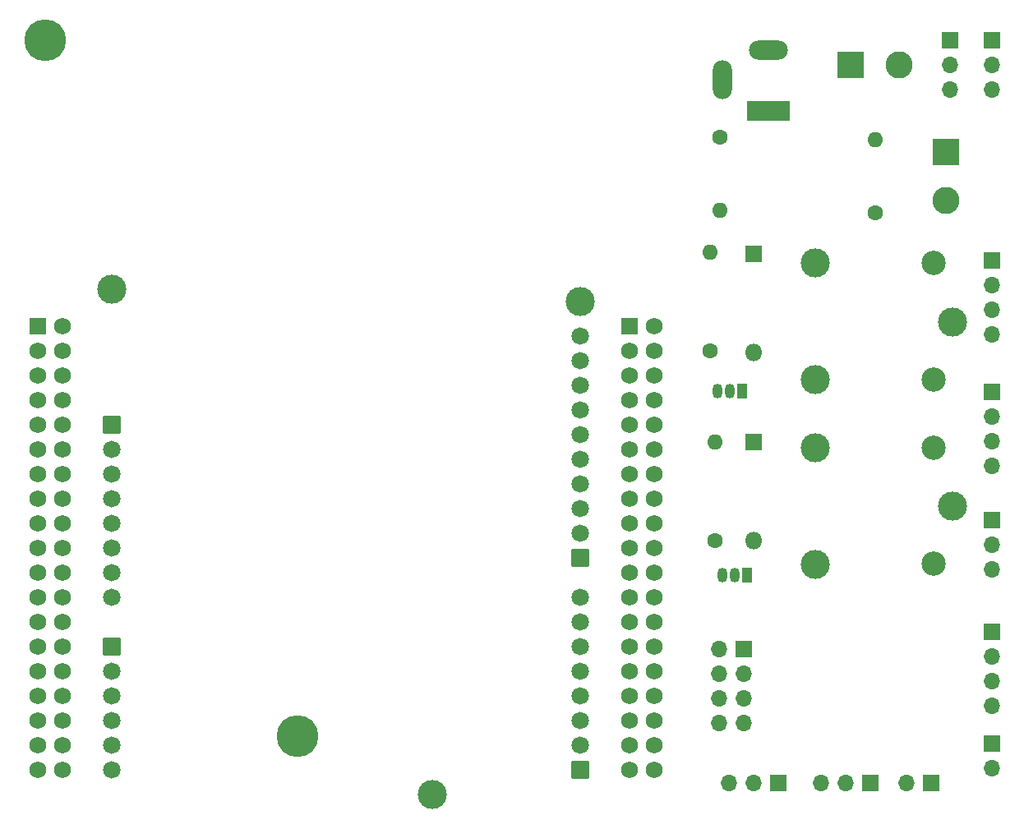
<source format=gbs>
G04 #@! TF.GenerationSoftware,KiCad,Pcbnew,8.0.8-8.0.8-0~ubuntu24.04.1*
G04 #@! TF.CreationDate,2025-02-03T16:40:28+08:00*
G04 #@! TF.ProjectId,Untitled,556e7469-746c-4656-942e-6b696361645f,rev?*
G04 #@! TF.SameCoordinates,Original*
G04 #@! TF.FileFunction,Soldermask,Bot*
G04 #@! TF.FilePolarity,Negative*
%FSLAX46Y46*%
G04 Gerber Fmt 4.6, Leading zero omitted, Abs format (unit mm)*
G04 Created by KiCad (PCBNEW 8.0.8-8.0.8-0~ubuntu24.04.1) date 2025-02-03 16:40:28*
%MOMM*%
%LPD*%
G01*
G04 APERTURE LIST*
G04 Aperture macros list*
%AMRoundRect*
0 Rectangle with rounded corners*
0 $1 Rounding radius*
0 $2 $3 $4 $5 $6 $7 $8 $9 X,Y pos of 4 corners*
0 Add a 4 corners polygon primitive as box body*
4,1,4,$2,$3,$4,$5,$6,$7,$8,$9,$2,$3,0*
0 Add four circle primitives for the rounded corners*
1,1,$1+$1,$2,$3*
1,1,$1+$1,$4,$5*
1,1,$1+$1,$6,$7*
1,1,$1+$1,$8,$9*
0 Add four rect primitives between the rounded corners*
20,1,$1+$1,$2,$3,$4,$5,0*
20,1,$1+$1,$4,$5,$6,$7,0*
20,1,$1+$1,$6,$7,$8,$9,0*
20,1,$1+$1,$8,$9,$2,$3,0*%
G04 Aperture macros list end*
%ADD10C,4.300000*%
%ADD11R,1.800000X1.800000*%
%ADD12O,1.800000X1.800000*%
%ADD13O,1.700000X1.700000*%
%ADD14R,1.700000X1.700000*%
%ADD15R,1.050000X1.500000*%
%ADD16O,1.050000X1.500000*%
%ADD17C,1.600000*%
%ADD18O,1.600000X1.600000*%
%ADD19C,3.000000*%
%ADD20RoundRect,0.102000X-0.802500X-0.802500X0.802500X-0.802500X0.802500X0.802500X-0.802500X0.802500X0*%
%ADD21C,1.809000*%
%ADD22RoundRect,0.102000X-0.765000X-0.765000X0.765000X-0.765000X0.765000X0.765000X-0.765000X0.765000X0*%
%ADD23C,1.734000*%
%ADD24R,2.800000X2.800000*%
%ADD25C,2.800000*%
%ADD26C,2.500000*%
%ADD27R,4.500000X2.000000*%
%ADD28O,4.000000X2.000000*%
%ADD29O,2.000000X4.000000*%
G04 APERTURE END LIST*
D10*
X83000000Y-118250000D03*
X57000000Y-46500000D03*
D11*
X130000000Y-68500000D03*
D12*
X130000000Y-78660000D03*
D11*
X130000000Y-87920000D03*
D12*
X130000000Y-98080000D03*
D13*
X150250000Y-51555000D03*
X150250000Y-49015000D03*
D14*
X150250000Y-46475000D03*
D13*
X154500000Y-51580000D03*
X154500000Y-49040000D03*
D14*
X154500000Y-46500000D03*
X154500000Y-82700000D03*
D13*
X154500000Y-85240000D03*
X154500000Y-87780000D03*
X154500000Y-90320000D03*
D15*
X128770000Y-82640000D03*
D16*
X127500000Y-82640000D03*
X126230000Y-82640000D03*
D14*
X132525000Y-123000000D03*
D13*
X129985000Y-123000000D03*
X127445000Y-123000000D03*
D14*
X154500000Y-107420000D03*
D13*
X154500000Y-109960000D03*
X154500000Y-112500000D03*
X154500000Y-115040000D03*
D17*
X126500000Y-56500000D03*
D18*
X126500000Y-64000000D03*
D17*
X142500000Y-64250000D03*
D18*
X142500000Y-56750000D03*
D15*
X129270000Y-101640000D03*
D16*
X128000000Y-101640000D03*
X126730000Y-101640000D03*
D14*
X154500000Y-95975000D03*
D13*
X154500000Y-98515000D03*
X154500000Y-101055000D03*
D14*
X148275000Y-123000000D03*
D13*
X145735000Y-123000000D03*
D19*
X63820000Y-72170000D03*
X96840000Y-124240000D03*
X112080000Y-73440000D03*
D20*
X112080000Y-99860000D03*
D21*
X112080000Y-97320000D03*
X112080000Y-94780000D03*
X112080000Y-92240000D03*
X112080000Y-89700000D03*
X112080000Y-87160000D03*
X112080000Y-84620000D03*
X112080000Y-82080000D03*
X112080000Y-79540000D03*
X112080000Y-77000000D03*
D20*
X63820000Y-86140000D03*
D21*
X63820000Y-88680000D03*
X63820000Y-91220000D03*
X63820000Y-93760000D03*
X63820000Y-96300000D03*
X63820000Y-98840000D03*
X63820000Y-101380000D03*
X63820000Y-103920000D03*
D22*
X56200000Y-75980000D03*
D23*
X58740000Y-75980000D03*
X56200000Y-78520000D03*
X58740000Y-78520000D03*
X56200000Y-81060000D03*
X58740000Y-81060000D03*
X56200000Y-83600000D03*
X58740000Y-83600000D03*
X56200000Y-86140000D03*
X58740000Y-86140000D03*
X56200000Y-88680000D03*
X58740000Y-88680000D03*
X56200000Y-91220000D03*
X58740000Y-91220000D03*
X56200000Y-93760000D03*
X58740000Y-93760000D03*
X56200000Y-96300000D03*
X58740000Y-96300000D03*
X56200000Y-98840000D03*
X58740000Y-98840000D03*
X56200000Y-101380000D03*
X58740000Y-101380000D03*
X56200000Y-103920000D03*
X58740000Y-103920000D03*
X56200000Y-106460000D03*
X58740000Y-106460000D03*
X56200000Y-109000000D03*
X58740000Y-109000000D03*
X56200000Y-111540000D03*
X58740000Y-111540000D03*
X56200000Y-114080000D03*
X58740000Y-114080000D03*
X56200000Y-116620000D03*
X58740000Y-116620000D03*
X56200000Y-119160000D03*
X58740000Y-119160000D03*
X56200000Y-121700000D03*
X58740000Y-121700000D03*
D20*
X63820000Y-109000000D03*
D21*
X63820000Y-111540000D03*
X63820000Y-114080000D03*
X63820000Y-116620000D03*
X63820000Y-119160000D03*
X63820000Y-121700000D03*
D20*
X112080000Y-121700000D03*
D21*
X112080000Y-119160000D03*
X112080000Y-116620000D03*
X112080000Y-114080000D03*
X112080000Y-111540000D03*
X112080000Y-109000000D03*
X112080000Y-106460000D03*
X112080000Y-103920000D03*
D22*
X117160000Y-75980000D03*
D23*
X119700000Y-75980000D03*
X117160000Y-78520000D03*
X119700000Y-78520000D03*
X117160000Y-81060000D03*
X119700000Y-81060000D03*
X117160000Y-83600000D03*
X119700000Y-83600000D03*
X117160000Y-86140000D03*
X119700000Y-86140000D03*
X117160000Y-88680000D03*
X119700000Y-88680000D03*
X117160000Y-91220000D03*
X119700000Y-91220000D03*
X117160000Y-93760000D03*
X119700000Y-93760000D03*
X117160000Y-96300000D03*
X119700000Y-96300000D03*
X117160000Y-98840000D03*
X119700000Y-98840000D03*
X117160000Y-101380000D03*
X119700000Y-101380000D03*
X117160000Y-103920000D03*
X119700000Y-103920000D03*
X117160000Y-106460000D03*
X119700000Y-106460000D03*
X117160000Y-109000000D03*
X119700000Y-109000000D03*
X117160000Y-111540000D03*
X119700000Y-111540000D03*
X117160000Y-114080000D03*
X119700000Y-114080000D03*
X117160000Y-116620000D03*
X119700000Y-116620000D03*
X117160000Y-119160000D03*
X119700000Y-119160000D03*
X117160000Y-121700000D03*
X119700000Y-121700000D03*
D24*
X140000000Y-49000000D03*
D25*
X145000000Y-49000000D03*
D18*
X125500000Y-68340000D03*
D17*
X125500000Y-78500000D03*
D14*
X154500000Y-69200000D03*
D13*
X154500000Y-71740000D03*
X154500000Y-74280000D03*
X154500000Y-76820000D03*
D14*
X154500000Y-118960000D03*
D13*
X154500000Y-121500000D03*
D17*
X126000000Y-98080000D03*
D18*
X126000000Y-87920000D03*
D24*
X149750000Y-58000000D03*
D25*
X149750000Y-63000000D03*
D19*
X150500000Y-94500000D03*
D26*
X148550000Y-88450000D03*
D19*
X136350000Y-88450000D03*
X136300000Y-100500000D03*
D26*
X148550000Y-100450000D03*
X148550000Y-81450000D03*
D19*
X136300000Y-81500000D03*
X136350000Y-69450000D03*
D26*
X148550000Y-69450000D03*
D19*
X150500000Y-75500000D03*
D14*
X142025000Y-123000000D03*
D13*
X139485000Y-123000000D03*
X136945000Y-123000000D03*
D27*
X131500000Y-53750000D03*
D28*
X131500000Y-47550000D03*
D29*
X126800000Y-50550000D03*
D14*
X129000000Y-109200000D03*
D13*
X126460000Y-109200000D03*
X129000000Y-111740000D03*
X126460000Y-111740000D03*
X129000000Y-114280000D03*
X126460000Y-114280000D03*
X129000000Y-116820000D03*
X126460000Y-116820000D03*
M02*

</source>
